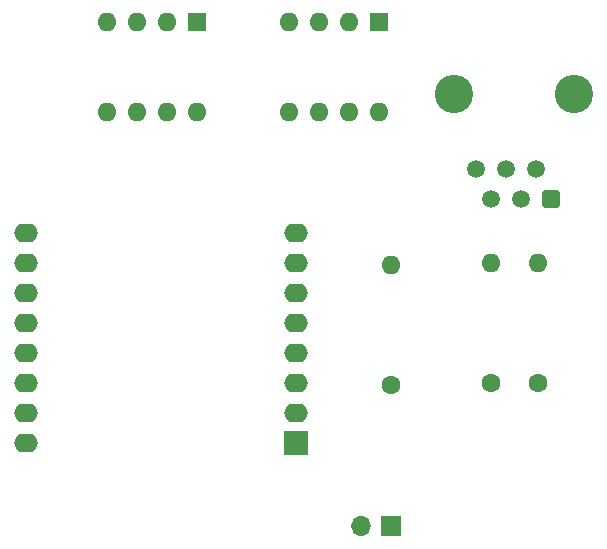
<source format=gts>
G04 #@! TF.GenerationSoftware,KiCad,Pcbnew,8.0.5*
G04 #@! TF.CreationDate,2025-01-11T16:28:32+01:00*
G04 #@! TF.ProjectId,P1_Extender,50315f45-7874-4656-9e64-65722e6b6963,rev?*
G04 #@! TF.SameCoordinates,Original*
G04 #@! TF.FileFunction,Soldermask,Top*
G04 #@! TF.FilePolarity,Negative*
%FSLAX46Y46*%
G04 Gerber Fmt 4.6, Leading zero omitted, Abs format (unit mm)*
G04 Created by KiCad (PCBNEW 8.0.5) date 2025-01-11 16:28:32*
%MOMM*%
%LPD*%
G01*
G04 APERTURE LIST*
G04 Aperture macros list*
%AMRoundRect*
0 Rectangle with rounded corners*
0 $1 Rounding radius*
0 $2 $3 $4 $5 $6 $7 $8 $9 X,Y pos of 4 corners*
0 Add a 4 corners polygon primitive as box body*
4,1,4,$2,$3,$4,$5,$6,$7,$8,$9,$2,$3,0*
0 Add four circle primitives for the rounded corners*
1,1,$1+$1,$2,$3*
1,1,$1+$1,$4,$5*
1,1,$1+$1,$6,$7*
1,1,$1+$1,$8,$9*
0 Add four rect primitives between the rounded corners*
20,1,$1+$1,$2,$3,$4,$5,0*
20,1,$1+$1,$4,$5,$6,$7,0*
20,1,$1+$1,$6,$7,$8,$9,0*
20,1,$1+$1,$8,$9,$2,$3,0*%
G04 Aperture macros list end*
%ADD10C,1.600000*%
%ADD11O,1.600000X1.600000*%
%ADD12R,1.600000X1.600000*%
%ADD13R,2.000000X2.000000*%
%ADD14O,2.000000X1.600000*%
%ADD15C,3.250000*%
%ADD16RoundRect,0.250000X0.510000X0.510000X-0.510000X0.510000X-0.510000X-0.510000X0.510000X-0.510000X0*%
%ADD17C,1.520000*%
%ADD18R,1.700000X1.700000*%
%ADD19O,1.700000X1.700000*%
G04 APERTURE END LIST*
D10*
X147000000Y-105080000D03*
D11*
X147000000Y-94920000D03*
D10*
X159500000Y-104910000D03*
D11*
X159500000Y-94750000D03*
D12*
X146000000Y-74380000D03*
D11*
X143460000Y-74380000D03*
X140920000Y-74380000D03*
X138380000Y-74380000D03*
X138380000Y-82000000D03*
X140920000Y-82000000D03*
X143460000Y-82000000D03*
X146000000Y-82000000D03*
D10*
X155450000Y-104910000D03*
D11*
X155450000Y-94750000D03*
D13*
X139000000Y-110000000D03*
D14*
X139000000Y-107460000D03*
X139000000Y-104920000D03*
X139000000Y-102380000D03*
X139000000Y-99840000D03*
X139000000Y-97300000D03*
X139000000Y-94760000D03*
X139000000Y-92220000D03*
X116140000Y-92220000D03*
X116140000Y-94760000D03*
X116140000Y-97300000D03*
X116140000Y-99840000D03*
X116140000Y-102380000D03*
X116140000Y-104920000D03*
X116140000Y-107460000D03*
X116140000Y-110000000D03*
D12*
X130620000Y-74380000D03*
D11*
X128080000Y-74380000D03*
X125540000Y-74380000D03*
X123000000Y-74380000D03*
X123000000Y-82000000D03*
X125540000Y-82000000D03*
X128080000Y-82000000D03*
X130620000Y-82000000D03*
D15*
X162500000Y-80400000D03*
X152340000Y-80400000D03*
D16*
X160600000Y-89290000D03*
D17*
X159330000Y-86750000D03*
X158060000Y-89290000D03*
X156790000Y-86750000D03*
X155520000Y-89290000D03*
X154250000Y-86750000D03*
D18*
X147000000Y-117000000D03*
D19*
X144460000Y-117000000D03*
M02*

</source>
